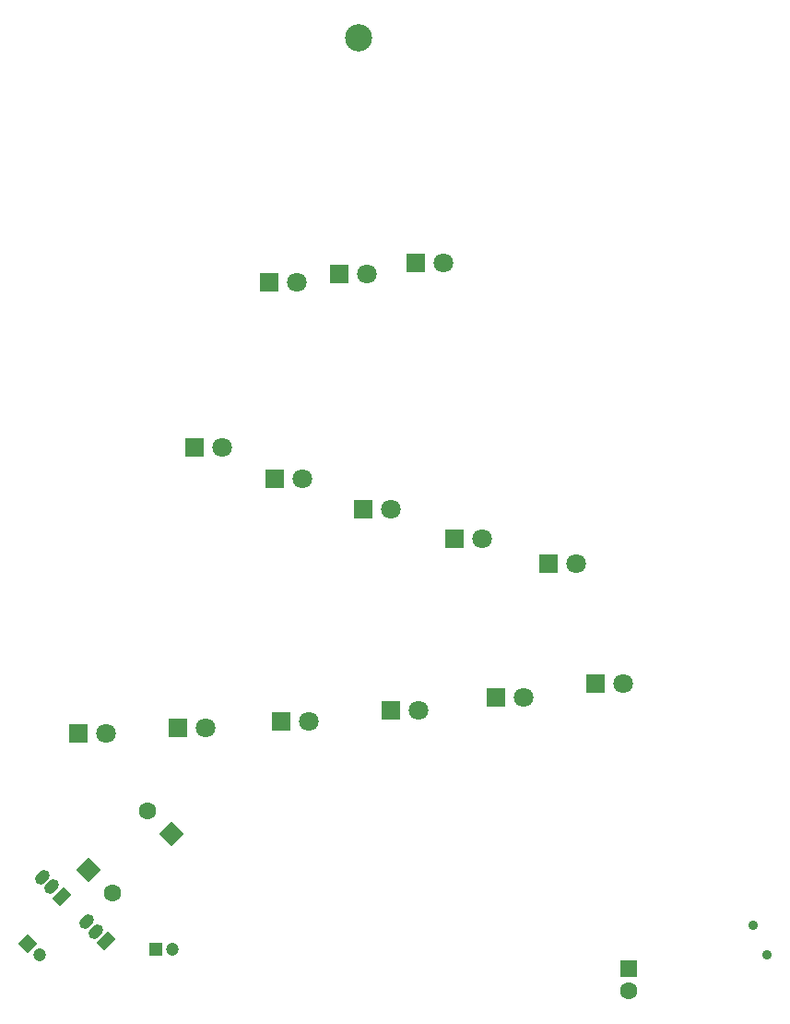
<source format=gts>
G04 #@! TF.GenerationSoftware,KiCad,Pcbnew,7.0.9*
G04 #@! TF.CreationDate,2023-11-12T20:37:04+01:00*
G04 #@! TF.ProjectId,christmas_ornament_2023,63687269-7374-46d6-9173-5f6f726e616d,1.0*
G04 #@! TF.SameCoordinates,Original*
G04 #@! TF.FileFunction,Soldermask,Top*
G04 #@! TF.FilePolarity,Negative*
%FSLAX46Y46*%
G04 Gerber Fmt 4.6, Leading zero omitted, Abs format (unit mm)*
G04 Created by KiCad (PCBNEW 7.0.9) date 2023-11-12 20:37:04*
%MOMM*%
%LPD*%
G01*
G04 APERTURE LIST*
G04 Aperture macros list*
%AMHorizOval*
0 Thick line with rounded ends*
0 $1 width*
0 $2 $3 position (X,Y) of the first rounded end (center of the circle)*
0 $4 $5 position (X,Y) of the second rounded end (center of the circle)*
0 Add line between two ends*
20,1,$1,$2,$3,$4,$5,0*
0 Add two circle primitives to create the rounded ends*
1,1,$1,$2,$3*
1,1,$1,$4,$5*%
%AMRotRect*
0 Rectangle, with rotation*
0 The origin of the aperture is its center*
0 $1 length*
0 $2 width*
0 $3 Rotation angle, in degrees counterclockwise*
0 Add horizontal line*
21,1,$1,$2,0,0,$3*%
G04 Aperture macros list end*
%ADD10C,2.500000*%
%ADD11R,1.800000X1.800000*%
%ADD12C,1.800000*%
%ADD13RotRect,1.050000X1.500000X135.000000*%
%ADD14HorizOval,1.050000X0.159099X0.159099X-0.159099X-0.159099X0*%
%ADD15RotRect,1.600000X1.600000X45.000000*%
%ADD16HorizOval,1.600000X0.000000X0.000000X0.000000X0.000000X0*%
%ADD17RotRect,1.600000X1.600000X225.000000*%
%ADD18HorizOval,1.600000X0.000000X0.000000X0.000000X0.000000X0*%
%ADD19R,1.200000X1.200000*%
%ADD20C,1.200000*%
%ADD21RotRect,1.200000X1.200000X315.000000*%
%ADD22R,1.600000X1.600000*%
%ADD23C,1.600000*%
%ADD24C,0.900000*%
G04 APERTURE END LIST*
D10*
X92583000Y-38735000D03*
D11*
X95504000Y-100457000D03*
D12*
X98044000Y-100457000D03*
D11*
X97785000Y-59436000D03*
D12*
X100325000Y-59436000D03*
D11*
X90805000Y-60452000D03*
D12*
X93345000Y-60452000D03*
D13*
X65278000Y-117602000D03*
D14*
X64379974Y-116703974D03*
X63481949Y-115805949D03*
D11*
X92964000Y-82042000D03*
D12*
X95504000Y-82042000D03*
D11*
X114295000Y-98044000D03*
D12*
X116835000Y-98044000D03*
D13*
X69342000Y-121684051D03*
D14*
X68443974Y-120786025D03*
X67545949Y-119888000D03*
D11*
X85471000Y-101473000D03*
D12*
X88011000Y-101473000D03*
D11*
X77465000Y-76327000D03*
D12*
X80005000Y-76327000D03*
D11*
X105151000Y-99314000D03*
D12*
X107691000Y-99314000D03*
D15*
X67763846Y-115116154D03*
D16*
X73152000Y-109728000D03*
D17*
X75338077Y-111859924D03*
D18*
X69949923Y-117248078D03*
D11*
X66802000Y-102616000D03*
D12*
X69342000Y-102616000D03*
D19*
X73914000Y-122428000D03*
D20*
X75414000Y-122428000D03*
D11*
X101341000Y-84709000D03*
D12*
X103881000Y-84709000D03*
D11*
X75946000Y-102108000D03*
D12*
X78486000Y-102108000D03*
D11*
X109977000Y-86995000D03*
D12*
X112517000Y-86995000D03*
D11*
X84328000Y-61214000D03*
D12*
X86868000Y-61214000D03*
D21*
X62185340Y-121875340D03*
D20*
X63246000Y-122936000D03*
D11*
X84831000Y-79248000D03*
D12*
X87371000Y-79248000D03*
D22*
X117348000Y-124238000D03*
D23*
X117348000Y-126238000D03*
D24*
X128774929Y-120200341D03*
X130042783Y-122919265D03*
M02*

</source>
